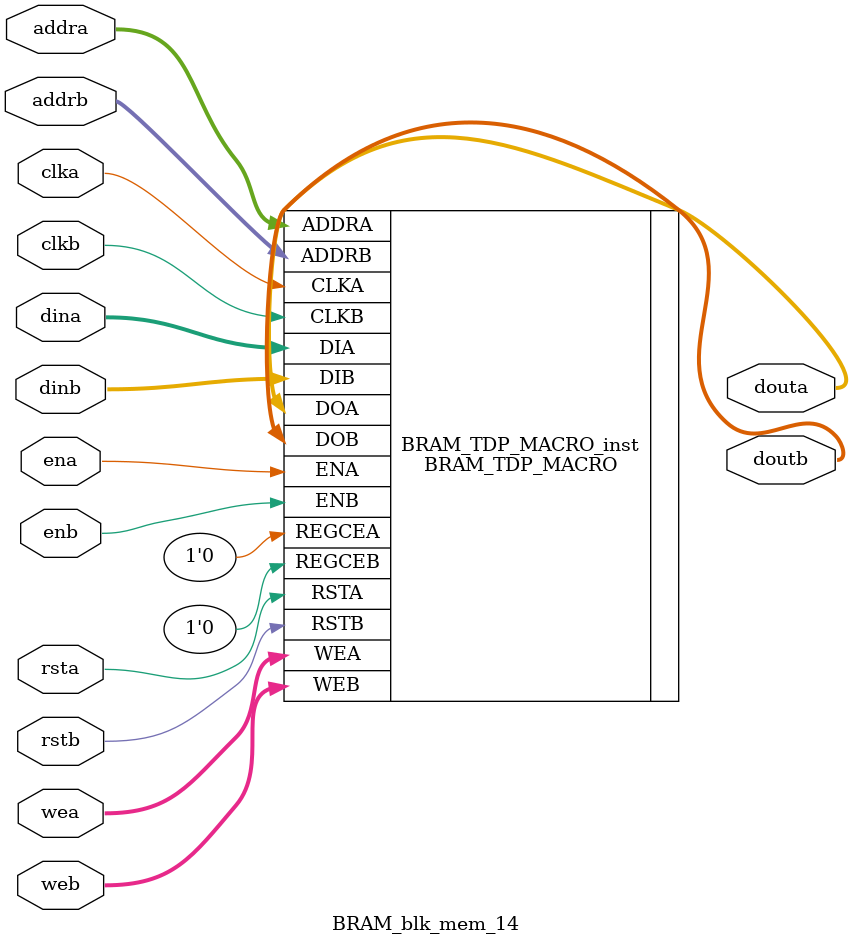
<source format=v>
`timescale 1ns/1ps

module BRAM_blk_mem_14 (
  clka,
  ena,
  wea,
  addra,
  dina,
  douta,
  rsta,
  clkb,
  enb,
  web,
  addrb,
  dinb,
  doutb,
  rstb
);


input wire clka;
input wire clkb;

input wire ena;
input wire enb;

input wire rsta;
input wire rstb;

input wire [1 : 0] wea;
input wire [1 : 0] web;

input wire [9 : 0] addra;
input wire [9 : 0] addrb;

input wire [15 : 0] dina;
input wire [15 : 0] dinb;

output wire [15 : 0] douta;
output wire [15 : 0] doutb;


// BRAM_TDP_MACRO : In order to incorporate this function into the design,
//   Verilog   : the following instance declaration needs to be placed
//  instance   : in the body of the design code.  The instance name
// declaration : (BRAM_TDP_MACRO_inst) and/or the port declarations within the
//    code     : parenthesis may be changed to properly reference and
//             : connect this function to the design.  All inputs
//             : and outputs must be connected.

//  <-----Cut code below this line---->

   // BRAM_TDP_MACRO: True Dual Port RAM
   //                 Virtex-7
   // Xilinx HDL Language Template, version 2016.4
   
   //////////////////////////////////////////////////////////////////////////
   // DATA_WIDTH_A/B | BRAM_SIZE | RAM Depth | ADDRA/B Width | WEA/B Width //
   // ===============|===========|===========|===============|=============//
   //     19-36      |  "36Kb"   |    1024   |    10-bit     |    4-bit    //
   //     10-18      |  "36Kb"   |    2048   |    11-bit     |    2-bit    //
   //     10-18      |  "18Kb"   |    1024   |    10-bit     |    2-bit    //
   //      5-9       |  "36Kb"   |    4096   |    12-bit     |    1-bit    //
   //      5-9       |  "18Kb"   |    2048   |    11-bit     |    1-bit    //
   //      3-4       |  "36Kb"   |    8192   |    13-bit     |    1-bit    //
   //      3-4       |  "18Kb"   |    4096   |    12-bit     |    1-bit    //
   //        2       |  "36Kb"   |   16384   |    14-bit     |    1-bit    //
   //        2       |  "18Kb"   |    8192   |    13-bit     |    1-bit    //
   //        1       |  "36Kb"   |   32768   |    15-bit     |    1-bit    //
   //        1       |  "18Kb"   |   16384   |    14-bit     |    1-bit    //
   //////////////////////////////////////////////////////////////////////////

   BRAM_TDP_MACRO #(
      .BRAM_SIZE("18Kb"), // Target BRAM: "18Kb" or "36Kb" 
      .DEVICE("7SERIES"), // Target device: "7SERIES" 
      .DOA_REG(0),        // Optional port A output register (0 or 1)
      .DOB_REG(0),        // Optional port B output register (0 or 1)
      .INIT_A(36'h00000000),  // Initial values on port A output port
      .INIT_B(36'h00000000), // Initial values on port B output port
      .INIT_FILE ("weight_14.mem"),
      .READ_WIDTH_A (16),   // Valid values are 1-36 (19-36 only valid when BRAM_SIZE="36Kb")
      .READ_WIDTH_B (16),   // Valid values are 1-36 (19-36 only valid when BRAM_SIZE="36Kb")
      .SIM_COLLISION_CHECK ("ALL"), // Collision check enable "ALL", "WARNING_ONLY", 
                                    //   "GENERATE_X_ONLY" or "NONE" 
      .SRVAL_A(36'h00000000), // Set/Reset value for port A output
      .SRVAL_B(36'h00000000), // Set/Reset value for port B output
      .WRITE_MODE_A("WRITE_FIRST"), // "WRITE_FIRST", "READ_FIRST", or "NO_CHANGE" 
      .WRITE_MODE_B("WRITE_FIRST"), // "WRITE_FIRST", "READ_FIRST", or "NO_CHANGE" 
      .WRITE_WIDTH_A(16), // Valid values are 1-36 (19-36 only valid when BRAM_SIZE="36Kb")
      .WRITE_WIDTH_B(16), // Valid values are 1-36 (19-36 only valid when BRAM_SIZE="36Kb")
      .INIT_00(256'h0000000000000000000000000000000000000000000000000000000000000000),
      .INIT_01(256'h0000000000000000000000000000000000000000000000000000000000000000),
      .INIT_02(256'h0000000000000000000000000000000000000000000000000000000000000000),
      .INIT_03(256'h0000000000000000000000000000000000000000000000000000000000000000),
      .INIT_04(256'h0000000000000000000000000000000000000000000000000000000000000000),
      .INIT_05(256'h0000000000000000000000000000000000000000000000000000000000000000),
      .INIT_06(256'h0000000000000000000000000000000000000000000000000000000000000000),
      .INIT_07(256'h0000000000000000000000000000000000000000000000000000000000000000),
      .INIT_08(256'h0000000000000000000000000000000000000000000000000000000000000000),
      .INIT_09(256'h0000000000000000000000000000000000000000000000000000000000000000),
      .INIT_0A(256'h0000000000000000000000000000000000000000000000000000000000000000),
      .INIT_0B(256'h0000000000000000000000000000000000000000000000000000000000000000),
      .INIT_0C(256'h0000000000000000000000000000000000000000000000000000000000000000),
      .INIT_0D(256'h0000000000000000000000000000000000000000000000000000000000000000),
      .INIT_0E(256'h0000000000000000000000000000000000000000000000000000000000000000),
      .INIT_0F(256'h0000000000000000000000000000000000000000000000000000000000000000),
      .INIT_10(256'h0000000000000000000000000000000000000000000000000000000000000000),
      .INIT_11(256'h0000000000000000000000000000000000000000000000000000000000000000),
      .INIT_12(256'h0000000000000000000000000000000000000000000000000000000000000000),
      .INIT_13(256'h0000000000000000000000000000000000000000000000000000000000000000),
      .INIT_14(256'h0000000000000000000000000000000000000000000000000000000000000000),
      .INIT_15(256'h0000000000000000000000000000000000000000000000000000000000000000),
      .INIT_16(256'h0000000000000000000000000000000000000000000000000000000000000000),
      .INIT_17(256'h0000000000000000000000000000000000000000000000000000000000000000),
      .INIT_18(256'h0000000000000000000000000000000000000000000000000000000000000000),
      .INIT_19(256'h0000000000000000000000000000000000000000000000000000000000000000),
      .INIT_1A(256'h0000000000000000000000000000000000000000000000000000000000000000),
      .INIT_1B(256'h0000000000000000000000000000000000000000000000000000000000000000),
      .INIT_1C(256'h0000000000000000000000000000000000000000000000000000000000000000),
      .INIT_1D(256'h0000000000000000000000000000000000000000000000000000000000000000),
      .INIT_1E(256'h0000000000000000000000000000000000000000000000000000000000000000),
      .INIT_1F(256'h0000000000000000000000000000000000000000000000000000000000000000),
      .INIT_20(256'h0000000000000000000000000000000000000000000000000000000000000000),
      .INIT_21(256'h0000000000000000000000000000000000000000000000000000000000000000),
      .INIT_22(256'h0000000000000000000000000000000000000000000000000000000000000000),
      .INIT_23(256'h0000000000000000000000000000000000000000000000000000000000000000),
      .INIT_24(256'h0000000000000000000000000000000000000000000000000000000000000000),
      .INIT_25(256'h0000000000000000000000000000000000000000000000000000000000000000),
      .INIT_26(256'h0000000000000000000000000000000000000000000000000000000000000000),
      .INIT_27(256'h0000000000000000000000000000000000000000000000000000000000000000),
      .INIT_28(256'h0000000000000000000000000000000000000000000000000000000000000000),
      .INIT_29(256'h0000000000000000000000000000000000000000000000000000000000000000),
      .INIT_2A(256'h0000000000000000000000000000000000000000000000000000000000000000),
      .INIT_2B(256'h0000000000000000000000000000000000000000000000000000000000000000),
      .INIT_2C(256'h0000000000000000000000000000000000000000000000000000000000000000),
      .INIT_2D(256'h0000000000000000000000000000000000000000000000000000000000000000),
      .INIT_2E(256'h0000000000000000000000000000000000000000000000000000000000000000),
      .INIT_2F(256'h0000000000000000000000000000000000000000000000000000000000000000),
      .INIT_30(256'h0000000000000000000000000000000000000000000000000000000000000000),
      .INIT_31(256'h0000000000000000000000000000000000000000000000000000000000000000),
      .INIT_32(256'h0000000000000000000000000000000000000000000000000000000000000000),
      .INIT_33(256'h0000000000000000000000000000000000000000000000000000000000000000),
      .INIT_34(256'h0000000000000000000000000000000000000000000000000000000000000000),
      .INIT_35(256'h0000000000000000000000000000000000000000000000000000000000000000),
      .INIT_36(256'h0000000000000000000000000000000000000000000000000000000000000000),
      .INIT_37(256'h0000000000000000000000000000000000000000000000000000000000000000),
      .INIT_38(256'h0000000000000000000000000000000000000000000000000000000000000000),
      .INIT_39(256'h0000000000000000000000000000000000000000000000000000000000000000),
      .INIT_3A(256'h0000000000000000000000000000000000000000000000000000000000000000),
      .INIT_3B(256'h0000000000000000000000000000000000000000000000000000000000000000),
      .INIT_3C(256'h0000000000000000000000000000000000000000000000000000000000000000),
      .INIT_3D(256'h0000000000000000000000000000000000000000000000000000000000000000),
      .INIT_3E(256'h0000000000000000000000000000000000000000000000000000000000000000),
      .INIT_3F(256'h0000000000000000000000000000000000000000000000000000000000000000),
      
      // The next set of INIT_xx are valid when configured as 36Kb
      .INIT_40(256'h0000000000000000000000000000000000000000000000000000000000000000),
      .INIT_41(256'h0000000000000000000000000000000000000000000000000000000000000000),
      .INIT_42(256'h0000000000000000000000000000000000000000000000000000000000000000),
      .INIT_43(256'h0000000000000000000000000000000000000000000000000000000000000000),
      .INIT_44(256'h0000000000000000000000000000000000000000000000000000000000000000),
      .INIT_45(256'h0000000000000000000000000000000000000000000000000000000000000000),
      .INIT_46(256'h0000000000000000000000000000000000000000000000000000000000000000),
      .INIT_47(256'h0000000000000000000000000000000000000000000000000000000000000000),
      .INIT_48(256'h0000000000000000000000000000000000000000000000000000000000000000),
      .INIT_49(256'h0000000000000000000000000000000000000000000000000000000000000000),
      .INIT_4A(256'h0000000000000000000000000000000000000000000000000000000000000000),
      .INIT_4B(256'h0000000000000000000000000000000000000000000000000000000000000000),
      .INIT_4C(256'h0000000000000000000000000000000000000000000000000000000000000000),
      .INIT_4D(256'h0000000000000000000000000000000000000000000000000000000000000000),
      .INIT_4E(256'h0000000000000000000000000000000000000000000000000000000000000000),
      .INIT_4F(256'h0000000000000000000000000000000000000000000000000000000000000000),
      .INIT_50(256'h0000000000000000000000000000000000000000000000000000000000000000),
      .INIT_51(256'h0000000000000000000000000000000000000000000000000000000000000000),
      .INIT_52(256'h0000000000000000000000000000000000000000000000000000000000000000),
      .INIT_53(256'h0000000000000000000000000000000000000000000000000000000000000000),
      .INIT_54(256'h0000000000000000000000000000000000000000000000000000000000000000),
      .INIT_55(256'h0000000000000000000000000000000000000000000000000000000000000000),
      .INIT_56(256'h0000000000000000000000000000000000000000000000000000000000000000),
      .INIT_57(256'h0000000000000000000000000000000000000000000000000000000000000000),
      .INIT_58(256'h0000000000000000000000000000000000000000000000000000000000000000),
      .INIT_59(256'h0000000000000000000000000000000000000000000000000000000000000000),
      .INIT_5A(256'h0000000000000000000000000000000000000000000000000000000000000000),
      .INIT_5B(256'h0000000000000000000000000000000000000000000000000000000000000000),
      .INIT_5C(256'h0000000000000000000000000000000000000000000000000000000000000000),
      .INIT_5D(256'h0000000000000000000000000000000000000000000000000000000000000000),
      .INIT_5E(256'h0000000000000000000000000000000000000000000000000000000000000000),
      .INIT_5F(256'h0000000000000000000000000000000000000000000000000000000000000000),
      .INIT_60(256'h0000000000000000000000000000000000000000000000000000000000000000),
      .INIT_61(256'h0000000000000000000000000000000000000000000000000000000000000000),
      .INIT_62(256'h0000000000000000000000000000000000000000000000000000000000000000),
      .INIT_63(256'h0000000000000000000000000000000000000000000000000000000000000000),
      .INIT_64(256'h0000000000000000000000000000000000000000000000000000000000000000),
      .INIT_65(256'h0000000000000000000000000000000000000000000000000000000000000000),
      .INIT_66(256'h0000000000000000000000000000000000000000000000000000000000000000),
      .INIT_67(256'h0000000000000000000000000000000000000000000000000000000000000000),
      .INIT_68(256'h0000000000000000000000000000000000000000000000000000000000000000),
      .INIT_69(256'h0000000000000000000000000000000000000000000000000000000000000000),
      .INIT_6A(256'h0000000000000000000000000000000000000000000000000000000000000000),
      .INIT_6B(256'h0000000000000000000000000000000000000000000000000000000000000000),
      .INIT_6C(256'h0000000000000000000000000000000000000000000000000000000000000000),
      .INIT_6D(256'h0000000000000000000000000000000000000000000000000000000000000000),
      .INIT_6E(256'h0000000000000000000000000000000000000000000000000000000000000000),
      .INIT_6F(256'h0000000000000000000000000000000000000000000000000000000000000000),
      .INIT_70(256'h0000000000000000000000000000000000000000000000000000000000000000),
      .INIT_71(256'h0000000000000000000000000000000000000000000000000000000000000000),
      .INIT_72(256'h0000000000000000000000000000000000000000000000000000000000000000),
      .INIT_73(256'h0000000000000000000000000000000000000000000000000000000000000000),
      .INIT_74(256'h0000000000000000000000000000000000000000000000000000000000000000),
      .INIT_75(256'h0000000000000000000000000000000000000000000000000000000000000000),
      .INIT_76(256'h0000000000000000000000000000000000000000000000000000000000000000),
      .INIT_77(256'h0000000000000000000000000000000000000000000000000000000000000000),
      .INIT_78(256'h0000000000000000000000000000000000000000000000000000000000000000),
      .INIT_79(256'h0000000000000000000000000000000000000000000000000000000000000000),
      .INIT_7A(256'h0000000000000000000000000000000000000000000000000000000000000000),
      .INIT_7B(256'h0000000000000000000000000000000000000000000000000000000000000000),
      .INIT_7C(256'h0000000000000000000000000000000000000000000000000000000000000000),
      .INIT_7D(256'h0000000000000000000000000000000000000000000000000000000000000000),
      .INIT_7E(256'h0000000000000000000000000000000000000000000000000000000000000000),
      .INIT_7F(256'h0000000000000000000000000000000000000000000000000000000000000000),
     
      // The next set of INITP_xx are for the parity bits
      //.INIT_FF(256'h0000000000000000000000000000000000000000000000000000000000000000),
      .INITP_00(256'h0000000000000000000000000000000000000000000000000000000000000000),
      .INITP_01(256'h0000000000000000000000000000000000000000000000000000000000000000),
      .INITP_02(256'h0000000000000000000000000000000000000000000000000000000000000000),
      .INITP_03(256'h0000000000000000000000000000000000000000000000000000000000000000),
      .INITP_04(256'h0000000000000000000000000000000000000000000000000000000000000000),
      .INITP_05(256'h0000000000000000000000000000000000000000000000000000000000000000),
      .INITP_06(256'h0000000000000000000000000000000000000000000000000000000000000000),
      .INITP_07(256'h0000000000000000000000000000000000000000000000000000000000000000),
      
      // The next set of INITP_xx are valid when configured as 36Kb
      .INITP_08(256'h0000000000000000000000000000000000000000000000000000000000000000),
      .INITP_09(256'h0000000000000000000000000000000000000000000000000000000000000000),
      .INITP_0A(256'h0000000000000000000000000000000000000000000000000000000000000000),
      .INITP_0B(256'h0000000000000000000000000000000000000000000000000000000000000000),
      .INITP_0C(256'h0000000000000000000000000000000000000000000000000000000000000000),
      .INITP_0D(256'h0000000000000000000000000000000000000000000000000000000000000000),
      .INITP_0E(256'h0000000000000000000000000000000000000000000000000000000000000000),
      .INITP_0F(256'h0000000000000000000000000000000000000000000000000000000000000000)
   ) BRAM_TDP_MACRO_inst (
      .DOA(douta),       // Output port-A data, width defined by READ_WIDTH_A parameter
      .DOB(doutb),       // Output port-B data, width defined by READ_WIDTH_B parameter
      .ADDRA(addra),   // Input port-A address, width defined by Port A depth
      .ADDRB(addrb),   // Input port-B address, width defined by Port B depth
      .CLKA(clka),     // 1-bit input port-A clock
      .CLKB(clkb),     // 1-bit input port-B clock
      .DIA(dina),       // Input port-A data, width defined by WRITE_WIDTH_A parameter
      .DIB(dinb),       // Input port-B data, width defined by WRITE_WIDTH_B parameter
      .ENA(ena),       // 1-bit input port-A enable
      .ENB(enb),       // 1-bit input port-B enable
      .REGCEA(1'D0), // 1-bit input port-A output register enable
      .REGCEB(1'D0), // 1-bit input port-B output register enable
      .RSTA(rsta),     // 1-bit input port-A reset
      .RSTB(rstb),     // 1-bit input port-B reset
      .WEA(wea),       // Input port-A write enable, width defined by Port A depth
      .WEB(web)        // Input port-B write enable, width defined by Port B depth
   );

   // End of BRAM_TDP_MACRO_inst instantiation
				
endmodule
</source>
